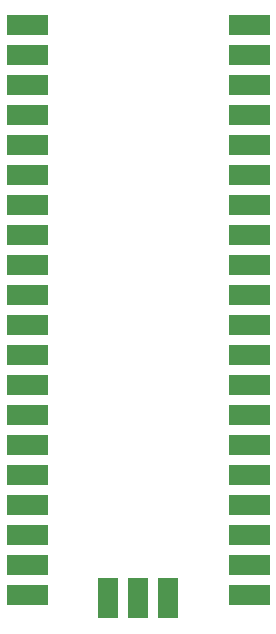
<source format=gtp>
G04 Layer: TopPasteMaskLayer*
G04 EasyEDA v6.5.1, 2022-06-14 18:14:27*
G04 a67cddfb3fce44daa9051d46cbbcc19f,10*
G04 Gerber Generator version 0.2*
G04 Scale: 100 percent, Rotated: No, Reflected: No *
G04 Dimensions in millimeters *
G04 leading zeros omitted , absolute positions ,4 integer and 5 decimal *
%FSLAX45Y45*%
%MOMM*%

%ADD13R,1.7000X3.4999*%

%LPD*%
G36*
X11185207Y9898001D02*
G01*
X11535194Y9898001D01*
X11535194Y9727999D01*
X11185207Y9727999D01*
G37*
G36*
X11185207Y9644001D02*
G01*
X11535194Y9644001D01*
X11535194Y9473999D01*
X11185207Y9473999D01*
G37*
G36*
X11185207Y9390001D02*
G01*
X11535194Y9390001D01*
X11535194Y9219999D01*
X11185207Y9219999D01*
G37*
G36*
X11185207Y9136001D02*
G01*
X11535194Y9136001D01*
X11535194Y8965999D01*
X11185207Y8965999D01*
G37*
G36*
X11185207Y8882001D02*
G01*
X11535194Y8882001D01*
X11535194Y8711999D01*
X11185207Y8711999D01*
G37*
G36*
X11185207Y8628001D02*
G01*
X11535194Y8628001D01*
X11535194Y8457999D01*
X11185207Y8457999D01*
G37*
G36*
X11185207Y8374001D02*
G01*
X11535194Y8374001D01*
X11535194Y8203999D01*
X11185207Y8203999D01*
G37*
G36*
X11185207Y8120001D02*
G01*
X11535194Y8120001D01*
X11535194Y7949999D01*
X11185207Y7949999D01*
G37*
G36*
X11185207Y7866001D02*
G01*
X11535194Y7866001D01*
X11535194Y7695999D01*
X11185207Y7695999D01*
G37*
G36*
X11185207Y7612001D02*
G01*
X11535194Y7612001D01*
X11535194Y7441999D01*
X11185207Y7441999D01*
G37*
G36*
X11185207Y7358001D02*
G01*
X11535194Y7358001D01*
X11535194Y7187999D01*
X11185207Y7187999D01*
G37*
G36*
X11185207Y7104001D02*
G01*
X11535194Y7104001D01*
X11535194Y6933999D01*
X11185207Y6933999D01*
G37*
G36*
X11185207Y6850001D02*
G01*
X11535194Y6850001D01*
X11535194Y6679999D01*
X11185207Y6679999D01*
G37*
G36*
X11185207Y6596001D02*
G01*
X11535194Y6596001D01*
X11535194Y6425999D01*
X11185207Y6425999D01*
G37*
G36*
X11185207Y6342001D02*
G01*
X11535194Y6342001D01*
X11535194Y6171999D01*
X11185207Y6171999D01*
G37*
G36*
X11185207Y6088001D02*
G01*
X11535194Y6088001D01*
X11535194Y5917999D01*
X11185207Y5917999D01*
G37*
G36*
X11185207Y5834001D02*
G01*
X11535194Y5834001D01*
X11535194Y5663999D01*
X11185207Y5663999D01*
G37*
G36*
X11185207Y5580001D02*
G01*
X11535194Y5580001D01*
X11535194Y5409999D01*
X11185207Y5409999D01*
G37*
G36*
X11185207Y5326001D02*
G01*
X11535194Y5326001D01*
X11535194Y5155999D01*
X11185207Y5155999D01*
G37*
G36*
X11185207Y5072001D02*
G01*
X11535194Y5072001D01*
X11535194Y4901999D01*
X11185207Y4901999D01*
G37*
G36*
X13064807Y9898001D02*
G01*
X13414794Y9898001D01*
X13414794Y9727999D01*
X13064807Y9727999D01*
G37*
G36*
X13064807Y9644001D02*
G01*
X13414794Y9644001D01*
X13414794Y9473999D01*
X13064807Y9473999D01*
G37*
G36*
X13064807Y9390001D02*
G01*
X13414794Y9390001D01*
X13414794Y9219999D01*
X13064807Y9219999D01*
G37*
G36*
X13064807Y9136001D02*
G01*
X13414794Y9136001D01*
X13414794Y8965999D01*
X13064807Y8965999D01*
G37*
G36*
X13064807Y8882001D02*
G01*
X13414794Y8882001D01*
X13414794Y8711999D01*
X13064807Y8711999D01*
G37*
G36*
X13064807Y8628001D02*
G01*
X13414794Y8628001D01*
X13414794Y8457999D01*
X13064807Y8457999D01*
G37*
G36*
X13064807Y8374001D02*
G01*
X13414794Y8374001D01*
X13414794Y8203999D01*
X13064807Y8203999D01*
G37*
G36*
X13064807Y8120001D02*
G01*
X13414794Y8120001D01*
X13414794Y7949999D01*
X13064807Y7949999D01*
G37*
G36*
X13064807Y7866001D02*
G01*
X13414794Y7866001D01*
X13414794Y7695999D01*
X13064807Y7695999D01*
G37*
G36*
X13064807Y7612001D02*
G01*
X13414794Y7612001D01*
X13414794Y7441999D01*
X13064807Y7441999D01*
G37*
G36*
X13064807Y7358001D02*
G01*
X13414794Y7358001D01*
X13414794Y7187999D01*
X13064807Y7187999D01*
G37*
G36*
X13064807Y7104001D02*
G01*
X13414794Y7104001D01*
X13414794Y6933999D01*
X13064807Y6933999D01*
G37*
G36*
X13064807Y6850001D02*
G01*
X13414794Y6850001D01*
X13414794Y6679999D01*
X13064807Y6679999D01*
G37*
G36*
X13064807Y6596001D02*
G01*
X13414794Y6596001D01*
X13414794Y6425999D01*
X13064807Y6425999D01*
G37*
G36*
X13064807Y6342001D02*
G01*
X13414794Y6342001D01*
X13414794Y6171999D01*
X13064807Y6171999D01*
G37*
G36*
X13064807Y6088001D02*
G01*
X13414794Y6088001D01*
X13414794Y5917999D01*
X13064807Y5917999D01*
G37*
G36*
X13064807Y5834001D02*
G01*
X13414794Y5834001D01*
X13414794Y5663999D01*
X13064807Y5663999D01*
G37*
G36*
X13064807Y5580001D02*
G01*
X13414794Y5580001D01*
X13414794Y5409999D01*
X13064807Y5409999D01*
G37*
G36*
X13064807Y5326001D02*
G01*
X13414794Y5326001D01*
X13414794Y5155999D01*
X13064807Y5155999D01*
G37*
G36*
X13064807Y5072001D02*
G01*
X13414794Y5072001D01*
X13414794Y4901999D01*
X13064807Y4901999D01*
G37*
D13*
G01*
X12046000Y4959212D03*
G01*
X12300000Y4959212D03*
G01*
X12554000Y4959212D03*
M02*

</source>
